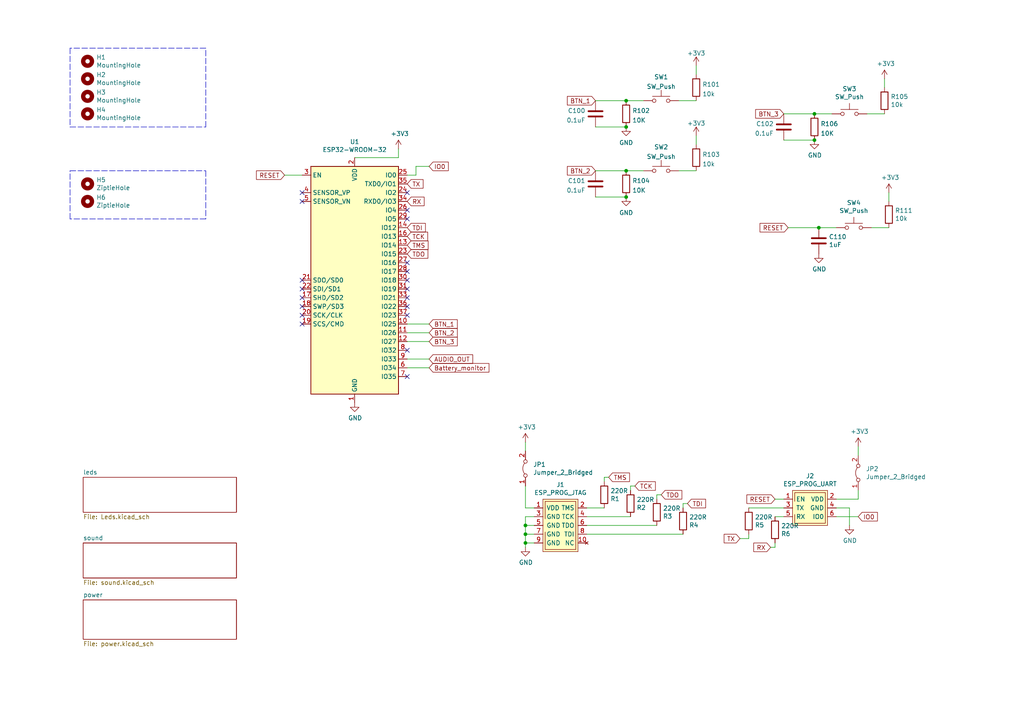
<source format=kicad_sch>
(kicad_sch (version 20211123) (generator eeschema)
  (paper "A4")
  (lib_symbols
    (symbol "Connector_Esp:ESP_PROG_JTAG" (pin_names (offset 1.016))
      (property "Reference" "J" (at 0 8.89 0))
      (property "Value" "ESP_PROG_JTAG" (at 0 -8.89 0))
      (symbol "ESP_PROG_JTAG_0_1"
        (rectangle (start -5.08 7.62) (end 5.08 -7.62) (fill (type background)))
        (polyline (pts (xy -4.445 1.905) (xy -4.445 6.985) (xy 4.445 6.985) (xy 4.445 -6.985) (xy -4.445 -6.985) (xy -4.445 -1.905)))
      )
      (symbol "ESP_PROG_JTAG_1_1"
        (pin input line (at -7.62 5.08 0) (length 2.54) (name "VDD") (number "1"))
        (pin no_connect line (at 7.62 -5.08 180) (length 2.54) (name "NC") (number "10"))
        (pin input line (at 7.62 5.08 180) (length 2.54) (name "TMS") (number "2"))
        (pin input line (at -7.62 2.54 0) (length 2.54) (name "GND") (number "3"))
        (pin input line (at 7.62 2.54 180) (length 2.54) (name "TCK") (number "4"))
        (pin input line (at -7.62 0 0) (length 2.54) (name "GND") (number "5"))
        (pin input line (at 7.62 0 180) (length 2.54) (name "TDO") (number "6"))
        (pin input line (at -7.62 -2.54 0) (length 2.54) (name "GND") (number "7"))
        (pin input line (at 7.62 -2.54 180) (length 2.54) (name "TDI") (number "8"))
        (pin input line (at -7.62 -5.08 0) (length 2.54) (name "GND") (number "9"))
      )
    )
    (symbol "Connector_Esp:ESP_PROG_UART" (pin_names (offset 1.016))
      (property "Reference" "J" (at 0 6.35 0))
      (property "Value" "ESP_PROG_UART" (at 0 -6.985 0))
      (symbol "ESP_PROG_UART_0_1"
        (rectangle (start -5.08 5.08) (end 5.08 -5.08) (fill (type background)))
        (polyline (pts (xy -4.445 1.905) (xy -4.445 4.445) (xy 4.445 4.445) (xy 4.445 -4.445) (xy -4.445 -4.445) (xy -4.445 -1.905)))
      )
      (symbol "ESP_PROG_UART_1_1"
        (pin input line (at -7.62 2.54 0) (length 2.54) (name "EN") (number "1"))
        (pin input line (at 7.62 2.54 180) (length 2.54) (name "VDD") (number "2"))
        (pin input line (at -7.62 0 0) (length 2.54) (name "TX") (number "3"))
        (pin input line (at 7.62 0 180) (length 2.54) (name "GND") (number "4"))
        (pin input line (at -7.62 -2.54 0) (length 2.54) (name "RX") (number "5"))
        (pin input line (at 7.62 -2.54 180) (length 2.54) (name "IO0") (number "6"))
      )
    )
    (symbol "Device:C" (pin_numbers hide) (pin_names (offset 0.254))
      (property "Reference" "C" (at 0.635 2.54 0))
      (property "Value" "C" (at 0.635 -2.54 0))
      (symbol "C_0_1"
        (polyline (pts (xy -2.032 -0.762) (xy 2.032 -0.762)) (stroke (width 0.508)))
        (polyline (pts (xy -2.032 0.762) (xy 2.032 0.762)) (stroke (width 0.508)))
      )
      (symbol "C_1_1"
        (pin passive line (at 0 3.81 270) (length 2.794) (name "~") (number "1"))
        (pin passive line (at 0 -3.81 90) (length 2.794) (name "~") (number "2"))
      )
    )
    (symbol "Device:R" (pin_numbers hide) (pin_names (offset 0))
      (property "Reference" "R" (at 2.032 0 90))
      (property "Value" "R" (at 0 0 90))
      (symbol "R_0_1"
        (rectangle (start -1.016 -2.54) (end 1.016 2.54) (stroke (width 0.254)))
      )
      (symbol "R_1_1"
        (pin passive line (at 0 3.81 270) (length 1.27) (name "~") (number "1"))
        (pin passive line (at 0 -3.81 90) (length 1.27) (name "~") (number "2"))
      )
    )
    (symbol "Jumper:Jumper_2_Bridged" (pin_names (offset 0) hide)
      (property "Reference" "JP" (at 0 1.905 0))
      (property "Value" "Jumper_2_Bridged" (at 0 -2.54 0))
      (symbol "Jumper_2_Bridged_0_0"
        (circle (center -2.032 0) (radius 0.508))
        (circle (center 2.032 0) (radius 0.508))
      )
      (symbol "Jumper_2_Bridged_0_1"
        (arc (start 1.524 0.254) (mid 0 0.762) (end -1.524 0.254))
      )
      (symbol "Jumper_2_Bridged_1_1"
        (pin passive line (at -5.08 0 0) (length 2.54) (name "A") (number "1"))
        (pin passive line (at 5.08 0 180) (length 2.54) (name "B") (number "2"))
      )
    )
    (symbol "Mechanical:MountingHole" (pin_names (offset 1.016))
      (property "Reference" "H" (at 0 5.08 0))
      (property "Value" "MountingHole" (at 0 3.175 0))
      (symbol "MountingHole_0_1"
        (circle (center 0 0) (radius 1.27) (stroke (width 1.27)))
      )
    )
    (symbol "RF_Module:ESP32-WROOM-32"
      (property "Reference" "U" (at -12.7 34.29 0))
      (property "Value" "ESP32-WROOM-32" (at 1.27 34.29 0))
      (symbol "ESP32-WROOM-32_0_1"
        (rectangle (start -12.7 33.02) (end 12.7 -33.02) (stroke (width 0.254)) (fill (type background)))
      )
      (symbol "ESP32-WROOM-32_1_1"
        (pin power_in line (at 0 -35.56 90) (length 2.54) (name "GND") (number "1"))
        (pin bidirectional line (at 15.24 -12.7 180) (length 2.54) (name "IO25") (number "10"))
        (pin bidirectional line (at 15.24 -15.24 180) (length 2.54) (name "IO26") (number "11"))
        (pin bidirectional line (at 15.24 -17.78 180) (length 2.54) (name "IO27") (number "12"))
        (pin bidirectional line (at 15.24 10.16 180) (length 2.54) (name "IO14") (number "13"))
        (pin bidirectional line (at 15.24 15.24 180) (length 2.54) (name "IO12") (number "14"))
        (pin passive line (at 0 -35.56 90) (length 2.54) hide (name "GND") (number "15"))
        (pin bidirectional line (at 15.24 12.7 180) (length 2.54) (name "IO13") (number "16"))
        (pin bidirectional line (at -15.24 -5.08 0) (length 2.54) (name "SHD/SD2") (number "17"))
        (pin bidirectional line (at -15.24 -7.62 0) (length 2.54) (name "SWP/SD3") (number "18"))
        (pin bidirectional line (at -15.24 -12.7 0) (length 2.54) (name "SCS/CMD") (number "19"))
        (pin power_in line (at 0 35.56 270) (length 2.54) (name "VDD") (number "2"))
        (pin bidirectional line (at -15.24 -10.16 0) (length 2.54) (name "SCK/CLK") (number "20"))
        (pin bidirectional line (at -15.24 0 0) (length 2.54) (name "SDO/SD0") (number "21"))
        (pin bidirectional line (at -15.24 -2.54 0) (length 2.54) (name "SDI/SD1") (number "22"))
        (pin bidirectional line (at 15.24 7.62 180) (length 2.54) (name "IO15") (number "23"))
        (pin bidirectional line (at 15.24 25.4 180) (length 2.54) (name "IO2") (number "24"))
        (pin bidirectional line (at 15.24 30.48 180) (length 2.54) (name "IO0") (number "25"))
        (pin bidirectional line (at 15.24 20.32 180) (length 2.54) (name "IO4") (number "26"))
        (pin bidirectional line (at 15.24 5.08 180) (length 2.54) (name "IO16") (number "27"))
        (pin bidirectional line (at 15.24 2.54 180) (length 2.54) (name "IO17") (number "28"))
        (pin bidirectional line (at 15.24 17.78 180) (length 2.54) (name "IO5") (number "29"))
        (pin input line (at -15.24 30.48 0) (length 2.54) (name "EN") (number "3"))
        (pin bidirectional line (at 15.24 0 180) (length 2.54) (name "IO18") (number "30"))
        (pin bidirectional line (at 15.24 -2.54 180) (length 2.54) (name "IO19") (number "31"))
        (pin no_connect line (at -12.7 -27.94 0) (length 2.54) hide (name "NC") (number "32"))
        (pin bidirectional line (at 15.24 -5.08 180) (length 2.54) (name "IO21") (number "33"))
        (pin bidirectional line (at 15.24 22.86 180) (length 2.54) (name "RXD0/IO3") (number "34"))
        (pin bidirectional line (at 15.24 27.94 180) (length 2.54) (name "TXD0/IO1") (number "35"))
        (pin bidirectional line (at 15.24 -7.62 180) (length 2.54) (name "IO22") (number "36"))
        (pin bidirectional line (at 15.24 -10.16 180) (length 2.54) (name "IO23") (number "37"))
        (pin passive line (at 0 -35.56 90) (length 2.54) hide (name "GND") (number "38"))
        (pin passive line (at 0 -35.56 90) (length 2.54) hide (name "GND") (number "39"))
        (pin input line (at -15.24 25.4 0) (length 2.54) (name "SENSOR_VP") (number "4"))
        (pin input line (at -15.24 22.86 0) (length 2.54) (name "SENSOR_VN") (number "5"))
        (pin input line (at 15.24 -25.4 180) (length 2.54) (name "IO34") (number "6"))
        (pin input line (at 15.24 -27.94 180) (length 2.54) (name "IO35") (number "7"))
        (pin bidirectional line (at 15.24 -20.32 180) (length 2.54) (name "IO32") (number "8"))
        (pin bidirectional line (at 15.24 -22.86 180) (length 2.54) (name "IO33") (number "9"))
      )
    )
    (symbol "Switch:SW_Push" (pin_numbers hide) (pin_names (offset 1.016) hide)
      (property "Reference" "SW" (at 1.27 2.54 0))
      (property "Value" "SW_Push" (at 0 -1.524 0))
      (symbol "SW_Push_0_1"
        (circle (center -2.032 0) (radius 0.508))
        (polyline (pts (xy 0 1.27) (xy 0 3.048)))
        (polyline (pts (xy 2.54 1.27) (xy -2.54 1.27)))
        (circle (center 2.032 0) (radius 0.508))
        (pin passive line (at -5.08 0 0) (length 2.54) (name "1") (number "1"))
        (pin passive line (at 5.08 0 180) (length 2.54) (name "2") (number "2"))
      )
    )
    (symbol "power:+3V3" (power) (pin_names (offset 0))
      (property "Value" "+3V3" (at 0 3.556 0))
      (symbol "+3V3_0_1"
        (polyline (pts (xy -0.762 1.27) (xy 0 2.54)))
        (polyline (pts (xy 0 0) (xy 0 2.54)))
        (polyline (pts (xy 0 2.54) (xy 0.762 1.27)))
      )
      (symbol "+3V3_1_1"
        (pin power_in line (at 0 0 90) (length 0) hide (name "+3V3") (number "1"))
      )
    )
    (symbol "power:GND" (power) (pin_names (offset 0))
      (property "Value" "GND" (at 0 -3.81 0))
      (symbol "GND_0_1"
        (polyline (pts (xy 0 0) (xy 0 -1.27) (xy 1.27 -1.27) (xy 0 -2.54) (xy -1.27 -1.27) (xy 0 -1.27)))
      )
      (symbol "GND_1_1"
        (pin power_in line (at 0 0 270) (length 0) hide (name "GND") (number "1"))
      )
    )
  )
  (junction (at 181.61 57.15))
  (junction (at 236.22 33.02))
  (junction (at 152.4 157.48))
  (junction (at 181.61 29.21))
  (junction (at 237.49 66.04))
  (junction (at 152.4 152.4))
  (junction (at 236.22 40.64))
  (junction (at 152.4 154.94))
  (junction (at 181.61 49.53))
  (junction (at 181.61 36.83))
  (no_connect (at 118.11 101.6))
  (no_connect (at 118.11 55.88))
  (no_connect (at 87.63 81.28))
  (no_connect (at 118.11 60.96))
  (no_connect (at 118.11 81.28))
  (no_connect (at 118.11 78.74))
  (no_connect (at 87.63 88.9))
  (no_connect (at 118.11 109.22))
  (no_connect (at 118.11 86.36))
  (no_connect (at 118.11 91.44))
  (no_connect (at 87.63 58.42))
  (no_connect (at 118.11 63.5))
  (no_connect (at 87.63 55.88))
  (no_connect (at 118.11 76.2))
  (no_connect (at 87.63 83.82))
  (no_connect (at 87.63 91.44))
  (no_connect (at 118.11 83.82))
  (no_connect (at 87.63 93.98))
  (no_connect (at 118.11 88.9))
  (no_connect (at 87.63 86.36))
  (wire (pts (xy 124.46 106.68) (xy 118.11 106.68)))
  (wire (pts (xy 181.61 36.83) (xy 172.72 36.83)))
  (wire (pts (xy 198.12 147.32) (xy 198.12 146.05)))
  (wire (pts (xy 198.12 146.05) (xy 199.39 146.05)))
  (wire (pts (xy 124.46 93.98) (xy 118.11 93.98)))
  (polyline (pts (xy 20.32 63.5) (xy 20.32 49.53)))
  (wire (pts (xy 201.93 21.59) (xy 201.93 19.05)))
  (wire (pts (xy 190.5 144.78) (xy 190.5 143.51)))
  (wire (pts (xy 236.22 33.02) (xy 241.3 33.02)))
  (wire (pts (xy 152.4 152.4) (xy 152.4 149.86)))
  (wire (pts (xy 175.26 138.43) (xy 176.53 138.43)))
  (wire (pts (xy 242.57 149.86) (xy 248.92 149.86)))
  (wire (pts (xy 217.17 147.32) (xy 227.33 147.32)))
  (wire (pts (xy 257.81 58.42) (xy 257.81 55.88)))
  (wire (pts (xy 115.57 45.72) (xy 115.57 43.18)))
  (wire (pts (xy 118.11 99.06) (xy 124.46 99.06)))
  (polyline (pts (xy 59.69 63.5) (xy 20.32 63.5)))
  (polyline (pts (xy 20.32 49.53) (xy 59.69 49.53)))
  (wire (pts (xy 248.92 144.78) (xy 248.92 142.24)))
  (wire (pts (xy 252.73 66.04) (xy 257.81 66.04)))
  (wire (pts (xy 246.38 147.32) (xy 242.57 147.32)))
  (wire (pts (xy 223.52 158.75) (xy 224.79 158.75)))
  (wire (pts (xy 224.79 149.86) (xy 227.33 149.86)))
  (wire (pts (xy 152.4 130.81) (xy 152.4 128.27)))
  (wire (pts (xy 182.88 142.24) (xy 182.88 140.97)))
  (wire (pts (xy 237.49 66.04) (xy 242.57 66.04)))
  (wire (pts (xy 227.33 40.64) (xy 236.22 40.64)))
  (wire (pts (xy 181.61 49.53) (xy 186.69 49.53)))
  (wire (pts (xy 120.65 50.8) (xy 120.65 48.26)))
  (wire (pts (xy 154.94 152.4) (xy 152.4 152.4)))
  (wire (pts (xy 118.11 104.14) (xy 124.46 104.14)))
  (wire (pts (xy 152.4 147.32) (xy 154.94 147.32)))
  (wire (pts (xy 228.6 66.04) (xy 237.49 66.04)))
  (wire (pts (xy 214.63 156.21) (xy 217.17 156.21)))
  (wire (pts (xy 152.4 154.94) (xy 152.4 152.4)))
  (polyline (pts (xy 59.69 49.53) (xy 59.69 63.5)))
  (wire (pts (xy 82.55 50.8) (xy 87.63 50.8)))
  (wire (pts (xy 118.11 96.52) (xy 124.46 96.52)))
  (wire (pts (xy 170.18 147.32) (xy 175.26 147.32)))
  (wire (pts (xy 217.17 156.21) (xy 217.17 154.94)))
  (wire (pts (xy 227.33 33.02) (xy 236.22 33.02)))
  (wire (pts (xy 224.79 158.75) (xy 224.79 157.48)))
  (wire (pts (xy 196.85 49.53) (xy 201.93 49.53)))
  (wire (pts (xy 196.85 29.21) (xy 201.93 29.21)))
  (wire (pts (xy 152.4 157.48) (xy 152.4 154.94)))
  (wire (pts (xy 175.26 139.7) (xy 175.26 138.43)))
  (wire (pts (xy 190.5 143.51) (xy 191.77 143.51)))
  (wire (pts (xy 172.72 29.21) (xy 181.61 29.21)))
  (wire (pts (xy 152.4 158.75) (xy 152.4 157.48)))
  (wire (pts (xy 172.72 49.53) (xy 181.61 49.53)))
  (wire (pts (xy 246.38 152.4) (xy 246.38 147.32)))
  (polyline (pts (xy 59.69 13.97) (xy 20.32 13.97)))
  (polyline (pts (xy 59.69 36.83) (xy 59.69 13.97)))
  (wire (pts (xy 102.87 45.72) (xy 115.57 45.72)))
  (wire (pts (xy 248.92 132.08) (xy 248.92 129.54)))
  (wire (pts (xy 198.12 154.94) (xy 170.18 154.94)))
  (wire (pts (xy 182.88 140.97) (xy 184.15 140.97)))
  (wire (pts (xy 172.72 57.15) (xy 181.61 57.15)))
  (polyline (pts (xy 20.32 13.97) (xy 20.32 36.83)))
  (wire (pts (xy 152.4 149.86) (xy 154.94 149.86)))
  (wire (pts (xy 170.18 149.86) (xy 182.88 149.86)))
  (wire (pts (xy 224.79 144.78) (xy 227.33 144.78)))
  (wire (pts (xy 120.65 48.26) (xy 124.46 48.26)))
  (wire (pts (xy 152.4 140.97) (xy 152.4 147.32)))
  (wire (pts (xy 154.94 157.48) (xy 152.4 157.48)))
  (wire (pts (xy 118.11 50.8) (xy 120.65 50.8)))
  (wire (pts (xy 256.54 25.4) (xy 256.54 22.86)))
  (wire (pts (xy 201.93 41.91) (xy 201.93 39.37)))
  (wire (pts (xy 251.46 33.02) (xy 256.54 33.02)))
  (polyline (pts (xy 20.32 36.83) (xy 59.69 36.83)))
  (wire (pts (xy 186.69 29.21) (xy 181.61 29.21)))
  (wire (pts (xy 242.57 144.78) (xy 248.92 144.78)))
  (wire (pts (xy 170.18 152.4) (xy 190.5 152.4)))
  (wire (pts (xy 154.94 154.94) (xy 152.4 154.94)))
  (global_label "TDO" (shape input) (at 118.11 73.66 0) (property "Intersheet References" "${INTERSHEET_REFS}" (effects hide)))
  (global_label "TX" (shape input) (at 214.63 156.21 180) (property "Intersheet References" "${INTERSHEET_REFS}" (effects hide)))
  (global_label "BTN_1" (shape input) (at 172.72 29.21 180) (property "Intersheet References" "${INTERSHEET_REFS}" (effects hide)))
  (global_label "TDI" (shape input) (at 118.11 66.04 0) (property "Intersheet References" "${INTERSHEET_REFS}" (effects hide)))
  (global_label "RX" (shape input) (at 223.52 158.75 180) (property "Intersheet References" "${INTERSHEET_REFS}" (effects hide)))
  (global_label "TCK" (shape input) (at 118.11 68.58 0) (property "Intersheet References" "${INTERSHEET_REFS}" (effects hide)))
  (global_label "BTN_3" (shape input) (at 227.33 33.02 180) (property "Intersheet References" "${INTERSHEET_REFS}" (effects hide)))
  (global_label "BTN_3" (shape input) (at 124.46 99.06 0) (property "Intersheet References" "${INTERSHEET_REFS}" (effects hide)))
  (global_label "TMS" (shape input) (at 176.53 138.43 0) (property "Intersheet References" "${INTERSHEET_REFS}" (effects hide)))
  (global_label "TDI" (shape input) (at 199.39 146.05 0) (property "Intersheet References" "${INTERSHEET_REFS}" (effects hide)))
  (global_label "Battery_monitor" (shape input) (at 124.46 106.68 0) (property "Intersheet References" "${INTERSHEET_REFS}" (effects hide)))
  (global_label "BTN_2" (shape input) (at 124.46 96.52 0) (property "Intersheet References" "${INTERSHEET_REFS}" (effects hide)))
  (global_label "RESET" (shape input) (at 82.55 50.8 180) (property "Intersheet References" "${INTERSHEET_REFS}" (effects hide)))
  (global_label "TMS" (shape input) (at 118.11 71.12 0) (property "Intersheet References" "${INTERSHEET_REFS}" (effects hide)))
  (global_label "TCK" (shape input) (at 184.15 140.97 0) (property "Intersheet References" "${INTERSHEET_REFS}" (effects hide)))
  (global_label "BTN_2" (shape input) (at 172.72 49.53 180) (property "Intersheet References" "${INTERSHEET_REFS}" (effects hide)))
  (global_label "RESET" (shape input) (at 228.6 66.04 180) (property "Intersheet References" "${INTERSHEET_REFS}" (effects hide)))
  (global_label "IO0" (shape input) (at 248.92 149.86 0) (property "Intersheet References" "${INTERSHEET_REFS}" (effects hide)))
  (global_label "RESET" (shape input) (at 224.79 144.78 180) (property "Intersheet References" "${INTERSHEET_REFS}" (effects hide)))
  (global_label "TDO" (shape input) (at 191.77 143.51 0) (property "Intersheet References" "${INTERSHEET_REFS}" (effects hide)))
  (global_label "IO0" (shape input) (at 124.46 48.26 0) (property "Intersheet References" "${INTERSHEET_REFS}" (effects hide)))
  (global_label "RX" (shape input) (at 118.11 58.42 0) (property "Intersheet References" "${INTERSHEET_REFS}" (effects hide)))
  (global_label "BTN_1" (shape input) (at 124.46 93.98 0) (property "Intersheet References" "${INTERSHEET_REFS}" (effects hide)))
  (global_label "TX" (shape input) (at 118.11 53.34 0) (property "Intersheet References" "${INTERSHEET_REFS}" (effects hide)))
  (global_label "AUDIO_OUT" (shape input) (at 124.46 104.14 0) (property "Intersheet References" "${INTERSHEET_REFS}" (effects hide)))
  (symbol (lib_id "RF_Module:ESP32-WROOM-32") (at 102.87 81.28 0) (unit 1)
    (property "Reference" "U1" (at 102.87 41.1226 0))
    (property "Value" "ESP32-WROOM-32" (at 102.87 43.434 0))
    (property "Footprint" "RF_Module:ESP32-WROOM-32" (effects hide))
    (property "Datasheet" "https://www.espressif.com/sites/default/files/documentation/esp32-wroom-32_datasheet_en.pdf" (effects hide))
  )
  (symbol (lib_id "Device:R") (at 181.61 53.34 0) (unit 1)
    (property "Reference" "R104" (at 183.388 52.4315 0) (effects (justify left)))
    (property "Value" "10K" (at 183.388 55.2066 0) (effects (justify left)))
    (property "Footprint" "Resistor_SMD:R_0603_1608Metric_Pad0.98x0.95mm_HandSolder" (effects hide))
  )
  (symbol (lib_id "Switch:SW_Push") (at 191.77 29.21 0) (unit 1)
    (property "Reference" "SW1" (at 191.77 22.3225 0))
    (property "Value" "SW_Push" (at 191.77 25.0976 0))
    (property "Footprint" "Button_Switch_THT:SW_PUSH_6mm_H5mm" (effects hide))
  )
  (symbol (lib_id "Switch:SW_Push") (at 191.77 49.53 0) (unit 1)
    (property "Reference" "SW2" (at 191.77 42.6425 0))
    (property "Value" "SW_Push" (at 191.77 45.4176 0))
    (property "Footprint" "Button_Switch_THT:SW_PUSH_6mm_H5mm" (effects hide))
  )
  (symbol (lib_id "Device:R") (at 181.61 33.02 0) (unit 1)
    (property "Reference" "R102" (at 183.388 32.1115 0) (effects (justify left)))
    (property "Value" "10K" (at 183.388 34.8866 0) (effects (justify left)))
    (property "Footprint" "Resistor_SMD:R_0603_1608Metric_Pad0.98x0.95mm_HandSolder" (effects hide))
  )
  (symbol (lib_id "Device:C") (at 172.72 53.34 0) (unit 1)
    (property "Reference" "C101" (at 169.799 52.4315 0) (effects (justify right)))
    (property "Value" "0.1uF" (at 169.799 55.2066 0) (effects (justify right)))
    (property "Footprint" "Capacitor_SMD:C_0603_1608Metric_Pad1.08x0.95mm_HandSolder" (effects hide))
  )
  (symbol (lib_id "Device:C") (at 172.72 33.02 0) (unit 1)
    (property "Reference" "C100" (at 169.799 32.1115 0) (effects (justify right)))
    (property "Value" "0.1uF" (at 169.799 34.8866 0) (effects (justify right)))
    (property "Footprint" "Capacitor_SMD:C_0603_1608Metric_Pad1.08x0.95mm_HandSolder" (effects hide))
  )
  (symbol (lib_id "power:GND") (at 181.61 57.15 0) (unit 1)
    (property "Reference" "#PWR05" (effects hide))
    (property "Value" "GND" (at 181.61 61.7125 0))
  )
  (symbol (lib_id "power:GND") (at 181.61 36.83 0) (unit 1)
    (property "Reference" "#PWR03" (effects hide))
    (property "Value" "GND" (at 181.61 41.3925 0))
  )
  (symbol (lib_id "Device:R") (at 201.93 25.4 0) (unit 1)
    (property "Reference" "R101" (at 203.708 24.4915 0) (effects (justify left)))
    (property "Value" "10k" (at 203.708 27.2666 0) (effects (justify left)))
    (property "Footprint" "Resistor_SMD:R_0603_1608Metric_Pad0.98x0.95mm_HandSolder" (effects hide))
  )
  (symbol (lib_id "Device:R") (at 201.93 45.72 0) (unit 1)
    (property "Reference" "R103" (at 203.708 44.8115 0) (effects (justify left)))
    (property "Value" "10k" (at 203.708 47.5866 0) (effects (justify left)))
    (property "Footprint" "Resistor_SMD:R_0603_1608Metric_Pad0.98x0.95mm_HandSolder" (effects hide))
  )
  (symbol (lib_id "power:+3V3") (at 201.93 19.05 0) (unit 1)
    (property "Reference" "#PWR01" (effects hide))
    (property "Value" "+3V3" (at 201.93 15.4455 0))
  )
  (symbol (lib_id "power:+3V3") (at 201.93 39.37 0) (unit 1)
    (property "Reference" "#PWR04" (effects hide))
    (property "Value" "+3V3" (at 201.93 35.7655 0))
  )
  (symbol (lib_id "Device:R") (at 175.26 143.51 0) (mirror x) (unit 1)
    (property "Reference" "R1" (at 177.038 144.6784 0) (effects (justify left)))
    (property "Value" "220R" (at 177.038 142.367 0) (effects (justify left)))
    (property "Footprint" "Resistor_SMD:R_0603_1608Metric_Pad0.98x0.95mm_HandSolder" (effects hide))
  )
  (symbol (lib_id "Device:R") (at 182.88 146.05 0) (mirror x) (unit 1)
    (property "Reference" "R2" (at 184.658 147.2184 0) (effects (justify left)))
    (property "Value" "220R" (at 184.658 144.907 0) (effects (justify left)))
    (property "Footprint" "Resistor_SMD:R_0603_1608Metric_Pad0.98x0.95mm_HandSolder" (effects hide))
  )
  (symbol (lib_id "Device:R") (at 190.5 148.59 0) (mirror x) (unit 1)
    (property "Reference" "R3" (at 192.278 149.7584 0) (effects (justify left)))
    (property "Value" "220R" (at 192.278 147.447 0) (effects (justify left)))
    (property "Footprint" "Resistor_SMD:R_0603_1608Metric_Pad0.98x0.95mm_HandSolder" (effects hide))
  )
  (symbol (lib_id "Connector_Esp:ESP_PROG_JTAG") (at 162.56 152.4 0) (unit 1)
    (property "Reference" "J1" (at 162.56 140.589 0))
    (property "Value" "ESP_PROG_JTAG" (at 162.56 142.9004 0))
    (property "Footprint" "Connector_Esp:SMT_ESP_PROG_JTAG_1.27" (effects hide))
  )
  (symbol (lib_id "Device:R") (at 198.12 151.13 0) (mirror x) (unit 1)
    (property "Reference" "R4" (at 199.898 152.2984 0) (effects (justify left)))
    (property "Value" "220R" (at 199.898 149.987 0) (effects (justify left)))
    (property "Footprint" "Resistor_SMD:R_0603_1608Metric_Pad0.98x0.95mm_HandSolder" (effects hide))
  )
  (symbol (lib_id "Device:R") (at 217.17 151.13 0) (mirror x) (unit 1)
    (property "Reference" "R5" (at 218.948 152.2984 0) (effects (justify left)))
    (property "Value" "220R" (at 218.948 149.987 0) (effects (justify left)))
    (property "Footprint" "Resistor_SMD:R_0603_1608Metric_Pad0.98x0.95mm_HandSolder" (effects hide))
  )
  (symbol (lib_id "Device:R") (at 224.79 153.67 0) (mirror x) (unit 1)
    (property "Reference" "R6" (at 226.568 154.8384 0) (effects (justify left)))
    (property "Value" "220R" (at 226.568 152.527 0) (effects (justify left)))
    (property "Footprint" "Resistor_SMD:R_0603_1608Metric_Pad0.98x0.95mm_HandSolder" (effects hide))
  )
  (symbol (lib_id "Mechanical:MountingHole") (at 25.4 17.78 270) (unit 1)
    (property "Reference" "H1" (at 27.94 16.6116 90) (effects (justify left)))
    (property "Value" "MountingHole" (at 27.94 18.923 90) (effects (justify left)))
    (property "Footprint" "MountingHole:MountingHole_3.2mm_M3_ISO7380" (effects hide))
  )
  (symbol (lib_id "Mechanical:MountingHole") (at 25.4 22.86 0) (unit 1)
    (property "Reference" "H2" (at 27.94 21.6916 0) (effects (justify left)))
    (property "Value" "MountingHole" (at 27.94 24.003 0) (effects (justify left)))
    (property "Footprint" "MountingHole:MountingHole_3.2mm_M3_ISO7380" (effects hide))
  )
  (symbol (lib_id "Mechanical:MountingHole") (at 25.4 27.94 0) (unit 1)
    (property "Reference" "H3" (at 27.94 26.7716 0) (effects (justify left)))
    (property "Value" "MountingHole" (at 27.94 29.083 0) (effects (justify left)))
    (property "Footprint" "MountingHole:MountingHole_3.2mm_M3_ISO7380" (effects hide))
  )
  (symbol (lib_id "Mechanical:MountingHole") (at 25.4 33.02 0) (unit 1)
    (property "Reference" "H4" (at 27.94 31.8516 0) (effects (justify left)))
    (property "Value" "MountingHole" (at 27.94 34.163 0) (effects (justify left)))
    (property "Footprint" "MountingHole:MountingHole_3.2mm_M3_ISO7380" (effects hide))
  )
  (symbol (lib_id "Switch:SW_Push") (at 246.38 33.02 0) (unit 1)
    (property "Reference" "SW3" (at 246.38 25.781 0))
    (property "Value" "SW_Push" (at 246.38 28.0924 0))
    (property "Footprint" "Button_Switch_THT:SW_PUSH_6mm_H5mm" (effects hide))
  )
  (symbol (lib_id "Device:R") (at 256.54 29.21 0) (unit 1)
    (property "Reference" "R105" (at 258.318 28.0416 0) (effects (justify left)))
    (property "Value" "10k" (at 258.318 30.353 0) (effects (justify left)))
    (property "Footprint" "Resistor_SMD:R_0603_1608Metric_Pad0.98x0.95mm_HandSolder" (effects hide))
  )
  (symbol (lib_id "power:+3V3") (at 256.54 22.86 0) (unit 1)
    (property "Reference" "#PWR0116" (effects hide))
    (property "Value" "+3V3" (at 256.921 18.4658 0))
  )
  (symbol (lib_id "Device:R") (at 236.22 36.83 0) (unit 1)
    (property "Reference" "R106" (at 237.998 35.9215 0) (effects (justify left)))
    (property "Value" "10K" (at 237.998 38.6966 0) (effects (justify left)))
    (property "Footprint" "Resistor_SMD:R_0603_1608Metric_Pad0.98x0.95mm_HandSolder" (effects hide))
  )
  (symbol (lib_id "power:GND") (at 236.22 40.64 0) (unit 1)
    (property "Reference" "#PWR0117" (effects hide))
    (property "Value" "GND" (at 236.347 45.0342 0))
  )
  (symbol (lib_id "Device:C") (at 227.33 36.83 0) (unit 1)
    (property "Reference" "C102" (at 224.409 35.9215 0) (effects (justify right)))
    (property "Value" "0.1uF" (at 224.409 38.6966 0) (effects (justify right)))
    (property "Footprint" "Capacitor_SMD:C_0603_1608Metric_Pad1.08x0.95mm_HandSolder" (effects hide))
  )
  (symbol (lib_id "Connector_Esp:ESP_PROG_UART") (at 234.95 147.32 0) (unit 1)
    (property "Reference" "J2" (at 234.95 138.049 0))
    (property "Value" "ESP_PROG_UART" (at 234.95 140.3604 0))
    (property "Footprint" "Connector_Esp:SMT_ESP_PROG_PROG_1.27" (effects hide))
  )
  (symbol (lib_id "power:+3V3") (at 152.4 128.27 0) (unit 1)
    (property "Reference" "#PWR023" (effects hide))
    (property "Value" "+3V3" (at 152.781 123.8758 0))
  )
  (symbol (lib_id "power:GND") (at 246.38 152.4 0) (unit 1)
    (property "Reference" "#PWR024" (effects hide))
    (property "Value" "GND" (at 246.507 156.7942 0))
  )
  (symbol (lib_id "power:GND") (at 152.4 158.75 0) (unit 1)
    (property "Reference" "#PWR08" (effects hide))
    (property "Value" "GND" (at 152.527 163.1442 0))
  )
  (symbol (lib_id "Mechanical:MountingHole") (at 25.4 58.42 0) (unit 1)
    (property "Reference" "H6" (at 27.94 57.2516 0) (effects (justify left)))
    (property "Value" "ZiptieHole" (at 27.94 59.563 0) (effects (justify left)))
    (property "Footprint" "MountingHole:MountingHole_2.7mm_M2.5_ISO7380" (effects hide))
  )
  (symbol (lib_id "Mechanical:MountingHole") (at 25.4 53.34 270) (unit 1)
    (property "Reference" "H5" (at 27.94 52.1716 90) (effects (justify left)))
    (property "Value" "ZiptieHole" (at 27.94 54.483 90) (effects (justify left)))
    (property "Footprint" "MountingHole:MountingHole_2.7mm_M2.5_ISO7380" (effects hide))
  )
  (symbol (lib_id "power:GND") (at 102.87 116.84 0) (unit 1)
    (property "Reference" "#PWR06" (effects hide))
    (property "Value" "GND" (at 102.997 121.2342 0))
  )
  (symbol (lib_id "power:+3V3") (at 115.57 43.18 0) (unit 1)
    (property "Reference" "#PWR02" (effects hide))
    (property "Value" "+3V3" (at 115.951 38.7858 0))
  )
  (symbol (lib_id "Jumper:Jumper_2_Bridged") (at 152.4 135.89 90) (unit 1)
    (property "Reference" "JP1" (at 154.6352 134.7216 90) (effects (justify right)))
    (property "Value" "Jumper_2_Bridged" (at 154.6352 137.033 90) (effects (justify right)))
    (property "Footprint" "Jumper:SolderJumper-2_P1.3mm_Open_TrianglePad1.0x1.5mm" (effects hide))
  )
  (symbol (lib_id "Jumper:Jumper_2_Bridged") (at 248.92 137.16 90) (unit 1)
    (property "Reference" "JP2" (at 251.1552 135.9916 90) (effects (justify right)))
    (property "Value" "Jumper_2_Bridged" (at 251.1552 138.303 90) (effects (justify right)))
    (property "Footprint" "Jumper:SolderJumper-2_P1.3mm_Open_TrianglePad1.0x1.5mm" (effects hide))
  )
  (symbol (lib_id "power:+3V3") (at 248.92 129.54 0) (unit 1)
    (property "Reference" "#PWR07" (effects hide))
    (property "Value" "+3V3" (at 249.301 125.1458 0))
  )
  (symbol (lib_id "Switch:SW_Push") (at 247.65 66.04 0) (unit 1)
    (property "Reference" "SW4" (at 247.65 58.801 0))
    (property "Value" "SW_Push" (at 247.65 61.1124 0))
    (property "Footprint" "Button_Switch_SMD:SW_SPST_TL3342" (effects hide))
  )
  (symbol (lib_id "Device:R") (at 257.81 62.23 0) (unit 1)
    (property "Reference" "R111" (at 259.588 61.0616 0) (effects (justify left)))
    (property "Value" "10k" (at 259.588 63.373 0) (effects (justify left)))
    (property "Footprint" "Resistor_SMD:R_0603_1608Metric_Pad0.98x0.95mm_HandSolder" (effects hide))
  )
  (symbol (lib_id "power:+3V3") (at 257.81 55.88 0) (unit 1)
    (property "Reference" "#PWR0208" (effects hide))
    (property "Value" "+3V3" (at 258.191 51.4858 0))
  )
  (symbol (lib_id "power:GND") (at 237.49 73.66 0) (unit 1)
    (property "Reference" "#PWR0207" (effects hide))
    (property "Value" "GND" (at 237.617 78.0542 0))
  )
  (symbol (lib_id "Device:C") (at 237.49 69.85 0) (unit 1)
    (property "Reference" "C110" (at 240.411 68.6816 0) (effects (justify left)))
    (property "Value" "1uF" (at 240.411 70.993 0) (effects (justify left)))
    (property "Footprint" "Capacitor_SMD:C_0603_1608Metric_Pad1.08x0.95mm_HandSolder" (effects hide))
  )
  (sheet (at 24.13 157.48) (size 44.45 10.16)
    (property "Sheet name" "sound" (at 24.13 156.7684 0) (effects (justify left bottom)))
    (property "Sheet file" "sound.kicad_sch" (at 24.13 168.2246 0) (effects (justify left top)))
  )
  (sheet (at 24.13 173.99) (size 44.45 11.43)
    (property "Sheet name" "power" (at 24.13 173.2784 0) (effects (justify left bottom)))
    (property "Sheet file" "power.kicad_sch" (at 24.13 186.0046 0) (effects (justify left top)))
  )
  (sheet (at 24.13 138.43) (size 44.45 10.16)
    (property "Sheet name" "leds" (at 24.13 137.7184 0) (effects (justify left bottom)))
    (property "Sheet file" "Leds.kicad_sch" (at 24.13 149.1746 0) (effects (justify left top)))
  )
)
</source>
